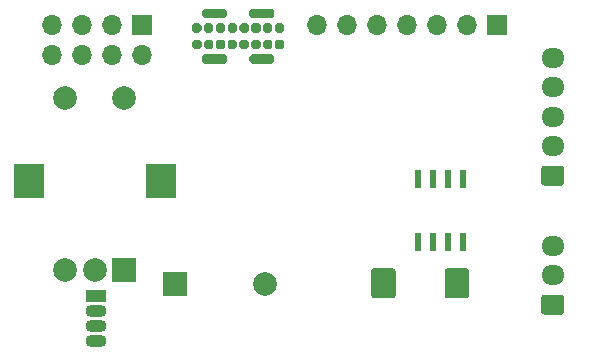
<source format=gbr>
G04 #@! TF.GenerationSoftware,KiCad,Pcbnew,5.1.10-88a1d61d58~90~ubuntu20.04.1*
G04 #@! TF.CreationDate,2021-08-06T19:03:49+02:00*
G04 #@! TF.ProjectId,arlene,61726c65-6e65-42e6-9b69-6361645f7063,v1.00*
G04 #@! TF.SameCoordinates,Original*
G04 #@! TF.FileFunction,Soldermask,Bot*
G04 #@! TF.FilePolarity,Negative*
%FSLAX46Y46*%
G04 Gerber Fmt 4.6, Leading zero omitted, Abs format (unit mm)*
G04 Created by KiCad (PCBNEW 5.1.10-88a1d61d58~90~ubuntu20.04.1) date 2021-08-06 19:03:49*
%MOMM*%
%LPD*%
G01*
G04 APERTURE LIST*
%ADD10O,1.800000X1.070000*%
%ADD11R,1.800000X1.070000*%
%ADD12R,0.600000X1.550000*%
%ADD13O,1.950000X1.700000*%
%ADD14C,2.000000*%
%ADD15R,2.500000X3.000000*%
%ADD16R,2.000000X2.000000*%
%ADD17R,1.700000X1.700000*%
%ADD18O,1.700000X1.700000*%
G04 APERTURE END LIST*
G36*
G01*
X144580000Y-88640000D02*
X144580000Y-88240000D01*
G75*
G02*
X144780000Y-88040000I200000J0D01*
G01*
X145180000Y-88040000D01*
G75*
G02*
X145380000Y-88240000I0J-200000D01*
G01*
X145380000Y-88640000D01*
G75*
G02*
X145180000Y-88840000I-200000J0D01*
G01*
X144780000Y-88840000D01*
G75*
G02*
X144580000Y-88640000I0J200000D01*
G01*
G37*
G36*
G01*
X145580000Y-88640000D02*
X145580000Y-88240000D01*
G75*
G02*
X145780000Y-88040000I200000J0D01*
G01*
X146180000Y-88040000D01*
G75*
G02*
X146380000Y-88240000I0J-200000D01*
G01*
X146380000Y-88640000D01*
G75*
G02*
X146180000Y-88840000I-200000J0D01*
G01*
X145780000Y-88840000D01*
G75*
G02*
X145580000Y-88640000I0J200000D01*
G01*
G37*
G36*
G01*
X146580000Y-88640000D02*
X146580000Y-88240000D01*
G75*
G02*
X146780000Y-88040000I200000J0D01*
G01*
X147180000Y-88040000D01*
G75*
G02*
X147380000Y-88240000I0J-200000D01*
G01*
X147380000Y-88640000D01*
G75*
G02*
X147180000Y-88840000I-200000J0D01*
G01*
X146780000Y-88840000D01*
G75*
G02*
X146580000Y-88640000I0J200000D01*
G01*
G37*
G36*
G01*
X147580000Y-88640000D02*
X147580000Y-88240000D01*
G75*
G02*
X147780000Y-88040000I200000J0D01*
G01*
X148180000Y-88040000D01*
G75*
G02*
X148380000Y-88240000I0J-200000D01*
G01*
X148380000Y-88640000D01*
G75*
G02*
X148180000Y-88840000I-200000J0D01*
G01*
X147780000Y-88840000D01*
G75*
G02*
X147580000Y-88640000I0J200000D01*
G01*
G37*
G36*
G01*
X143580000Y-88640000D02*
X143580000Y-88240000D01*
G75*
G02*
X143780000Y-88040000I200000J0D01*
G01*
X144180000Y-88040000D01*
G75*
G02*
X144380000Y-88240000I0J-200000D01*
G01*
X144380000Y-88640000D01*
G75*
G02*
X144180000Y-88840000I-200000J0D01*
G01*
X143780000Y-88840000D01*
G75*
G02*
X143580000Y-88640000I0J200000D01*
G01*
G37*
G36*
G01*
X141580000Y-88640000D02*
X141580000Y-88240000D01*
G75*
G02*
X141780000Y-88040000I200000J0D01*
G01*
X142180000Y-88040000D01*
G75*
G02*
X142380000Y-88240000I0J-200000D01*
G01*
X142380000Y-88640000D01*
G75*
G02*
X142180000Y-88840000I-200000J0D01*
G01*
X141780000Y-88840000D01*
G75*
G02*
X141580000Y-88640000I0J200000D01*
G01*
G37*
G36*
G01*
X140580000Y-88640000D02*
X140580000Y-88240000D01*
G75*
G02*
X140780000Y-88040000I200000J0D01*
G01*
X141180000Y-88040000D01*
G75*
G02*
X141380000Y-88240000I0J-200000D01*
G01*
X141380000Y-88640000D01*
G75*
G02*
X141180000Y-88840000I-200000J0D01*
G01*
X140780000Y-88840000D01*
G75*
G02*
X140580000Y-88640000I0J200000D01*
G01*
G37*
G36*
G01*
X140580000Y-87240000D02*
X140580000Y-86840000D01*
G75*
G02*
X140780000Y-86640000I200000J0D01*
G01*
X141180000Y-86640000D01*
G75*
G02*
X141380000Y-86840000I0J-200000D01*
G01*
X141380000Y-87240000D01*
G75*
G02*
X141180000Y-87440000I-200000J0D01*
G01*
X140780000Y-87440000D01*
G75*
G02*
X140580000Y-87240000I0J200000D01*
G01*
G37*
G36*
G01*
X141580000Y-87240000D02*
X141580000Y-86840000D01*
G75*
G02*
X141780000Y-86640000I200000J0D01*
G01*
X142180000Y-86640000D01*
G75*
G02*
X142380000Y-86840000I0J-200000D01*
G01*
X142380000Y-87240000D01*
G75*
G02*
X142180000Y-87440000I-200000J0D01*
G01*
X141780000Y-87440000D01*
G75*
G02*
X141580000Y-87240000I0J200000D01*
G01*
G37*
G36*
G01*
X142580000Y-87240000D02*
X142580000Y-86840000D01*
G75*
G02*
X142780000Y-86640000I200000J0D01*
G01*
X143180000Y-86640000D01*
G75*
G02*
X143380000Y-86840000I0J-200000D01*
G01*
X143380000Y-87240000D01*
G75*
G02*
X143180000Y-87440000I-200000J0D01*
G01*
X142780000Y-87440000D01*
G75*
G02*
X142580000Y-87240000I0J200000D01*
G01*
G37*
G36*
G01*
X143580000Y-87240000D02*
X143580000Y-86840000D01*
G75*
G02*
X143780000Y-86640000I200000J0D01*
G01*
X144180000Y-86640000D01*
G75*
G02*
X144380000Y-86840000I0J-200000D01*
G01*
X144380000Y-87240000D01*
G75*
G02*
X144180000Y-87440000I-200000J0D01*
G01*
X143780000Y-87440000D01*
G75*
G02*
X143580000Y-87240000I0J200000D01*
G01*
G37*
G36*
G01*
X144580000Y-87240000D02*
X144580000Y-86840000D01*
G75*
G02*
X144780000Y-86640000I200000J0D01*
G01*
X145180000Y-86640000D01*
G75*
G02*
X145380000Y-86840000I0J-200000D01*
G01*
X145380000Y-87240000D01*
G75*
G02*
X145180000Y-87440000I-200000J0D01*
G01*
X144780000Y-87440000D01*
G75*
G02*
X144580000Y-87240000I0J200000D01*
G01*
G37*
G36*
G01*
X146580000Y-87240000D02*
X146580000Y-86840000D01*
G75*
G02*
X146780000Y-86640000I200000J0D01*
G01*
X147180000Y-86640000D01*
G75*
G02*
X147380000Y-86840000I0J-200000D01*
G01*
X147380000Y-87240000D01*
G75*
G02*
X147180000Y-87440000I-200000J0D01*
G01*
X146780000Y-87440000D01*
G75*
G02*
X146580000Y-87240000I0J200000D01*
G01*
G37*
G36*
G01*
X147580000Y-87240000D02*
X147580000Y-86840000D01*
G75*
G02*
X147780000Y-86640000I200000J0D01*
G01*
X148180000Y-86640000D01*
G75*
G02*
X148380000Y-86840000I0J-200000D01*
G01*
X148380000Y-87240000D01*
G75*
G02*
X148180000Y-87440000I-200000J0D01*
G01*
X147780000Y-87440000D01*
G75*
G02*
X147580000Y-87240000I0J200000D01*
G01*
G37*
G36*
G01*
X141430000Y-86010000D02*
X141430000Y-85610000D01*
G75*
G02*
X141630000Y-85410000I200000J0D01*
G01*
X143330000Y-85410000D01*
G75*
G02*
X143530000Y-85610000I0J-200000D01*
G01*
X143530000Y-86010000D01*
G75*
G02*
X143330000Y-86210000I-200000J0D01*
G01*
X141630000Y-86210000D01*
G75*
G02*
X141430000Y-86010000I0J200000D01*
G01*
G37*
G36*
G01*
X145430000Y-86010000D02*
X145430000Y-85610000D01*
G75*
G02*
X145630000Y-85410000I200000J0D01*
G01*
X147330000Y-85410000D01*
G75*
G02*
X147530000Y-85610000I0J-200000D01*
G01*
X147530000Y-86010000D01*
G75*
G02*
X147330000Y-86210000I-200000J0D01*
G01*
X145630000Y-86210000D01*
G75*
G02*
X145430000Y-86010000I0J200000D01*
G01*
G37*
G36*
G01*
X145430000Y-89870000D02*
X145430000Y-89470000D01*
G75*
G02*
X145630000Y-89270000I200000J0D01*
G01*
X147330000Y-89270000D01*
G75*
G02*
X147530000Y-89470000I0J-200000D01*
G01*
X147530000Y-89870000D01*
G75*
G02*
X147330000Y-90070000I-200000J0D01*
G01*
X145630000Y-90070000D01*
G75*
G02*
X145430000Y-89870000I0J200000D01*
G01*
G37*
G36*
G01*
X141430000Y-89870000D02*
X141430000Y-89470000D01*
G75*
G02*
X141630000Y-89270000I200000J0D01*
G01*
X143330000Y-89270000D01*
G75*
G02*
X143530000Y-89470000I0J-200000D01*
G01*
X143530000Y-89870000D01*
G75*
G02*
X143330000Y-90070000I-200000J0D01*
G01*
X141630000Y-90070000D01*
G75*
G02*
X141430000Y-89870000I0J200000D01*
G01*
G37*
G36*
G01*
X145580000Y-87240000D02*
X145580000Y-86840000D01*
G75*
G02*
X145780000Y-86640000I200000J0D01*
G01*
X146180000Y-86640000D01*
G75*
G02*
X146380000Y-86840000I0J-200000D01*
G01*
X146380000Y-87240000D01*
G75*
G02*
X146180000Y-87440000I-200000J0D01*
G01*
X145780000Y-87440000D01*
G75*
G02*
X145580000Y-87240000I0J200000D01*
G01*
G37*
G36*
G01*
X142580000Y-88640000D02*
X142580000Y-88240000D01*
G75*
G02*
X142780000Y-88040000I200000J0D01*
G01*
X143180000Y-88040000D01*
G75*
G02*
X143380000Y-88240000I0J-200000D01*
G01*
X143380000Y-88640000D01*
G75*
G02*
X143180000Y-88840000I-200000J0D01*
G01*
X142780000Y-88840000D01*
G75*
G02*
X142580000Y-88640000I0J200000D01*
G01*
G37*
D10*
X132480000Y-113560000D03*
X132480000Y-112290000D03*
X132480000Y-111020000D03*
D11*
X132480000Y-109750000D03*
D12*
X163545000Y-105200000D03*
X162275000Y-105200000D03*
X161005000Y-105200000D03*
X159735000Y-105200000D03*
X159735000Y-99800000D03*
X161005000Y-99800000D03*
X162275000Y-99800000D03*
X163545000Y-99800000D03*
G36*
G01*
X171825000Y-111310000D02*
X170375000Y-111310000D01*
G75*
G02*
X170125000Y-111060000I0J250000D01*
G01*
X170125000Y-109860000D01*
G75*
G02*
X170375000Y-109610000I250000J0D01*
G01*
X171825000Y-109610000D01*
G75*
G02*
X172075000Y-109860000I0J-250000D01*
G01*
X172075000Y-111060000D01*
G75*
G02*
X171825000Y-111310000I-250000J0D01*
G01*
G37*
D13*
X171100000Y-107960000D03*
X171100000Y-105460000D03*
G36*
G01*
X171825000Y-100390000D02*
X170375000Y-100390000D01*
G75*
G02*
X170125000Y-100140000I0J250000D01*
G01*
X170125000Y-98940000D01*
G75*
G02*
X170375000Y-98690000I250000J0D01*
G01*
X171825000Y-98690000D01*
G75*
G02*
X172075000Y-98940000I0J-250000D01*
G01*
X172075000Y-100140000D01*
G75*
G02*
X171825000Y-100390000I-250000J0D01*
G01*
G37*
X171100000Y-97040000D03*
X171100000Y-94540000D03*
X171100000Y-92040000D03*
X171100000Y-89540000D03*
D14*
X129850000Y-93000000D03*
X134850000Y-93000000D03*
D15*
X126750000Y-100000000D03*
X137950000Y-100000000D03*
D14*
X129850000Y-107500000D03*
X132350000Y-107500000D03*
D16*
X134850000Y-107500000D03*
X139130000Y-108750000D03*
D14*
X146730000Y-108750000D03*
D17*
X166420000Y-86800000D03*
D18*
X163880000Y-86800000D03*
X161340000Y-86800000D03*
X158790000Y-86800000D03*
X156260000Y-86800000D03*
X153720000Y-86800000D03*
X151180000Y-86800000D03*
D17*
X136350000Y-86820000D03*
D18*
X136350000Y-89360000D03*
X133810000Y-86820000D03*
X133810000Y-89360000D03*
X131270000Y-86820000D03*
X131270000Y-89360000D03*
X128730000Y-86820000D03*
X128730000Y-89360000D03*
G36*
G01*
X164027500Y-107635000D02*
X164027500Y-109685000D01*
G75*
G02*
X163777500Y-109935000I-250000J0D01*
G01*
X162202500Y-109935000D01*
G75*
G02*
X161952500Y-109685000I0J250000D01*
G01*
X161952500Y-107635000D01*
G75*
G02*
X162202500Y-107385000I250000J0D01*
G01*
X163777500Y-107385000D01*
G75*
G02*
X164027500Y-107635000I0J-250000D01*
G01*
G37*
G36*
G01*
X157802500Y-107635000D02*
X157802500Y-109685000D01*
G75*
G02*
X157552500Y-109935000I-250000J0D01*
G01*
X155977500Y-109935000D01*
G75*
G02*
X155727500Y-109685000I0J250000D01*
G01*
X155727500Y-107635000D01*
G75*
G02*
X155977500Y-107385000I250000J0D01*
G01*
X157552500Y-107385000D01*
G75*
G02*
X157802500Y-107635000I0J-250000D01*
G01*
G37*
M02*

</source>
